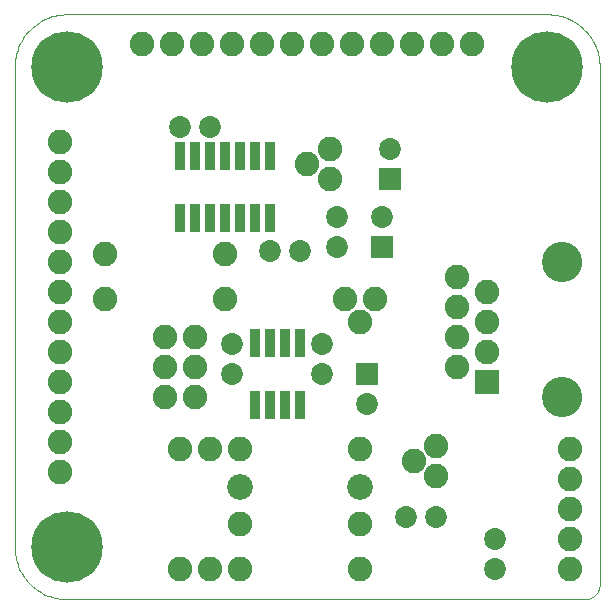
<source format=gts>
G75*
G70*
%OFA0B0*%
%FSLAX24Y24*%
%IPPOS*%
%LPD*%
%AMOC8*
5,1,8,0,0,1.08239X$1,22.5*
%
%ADD10C,0.0000*%
%ADD11C,0.0820*%
%ADD12R,0.0320X0.0950*%
%ADD13R,0.0820X0.0820*%
%ADD14C,0.1340*%
%ADD15C,0.0730*%
%ADD16C,0.2380*%
%ADD17R,0.0730X0.0730*%
%ADD18C,0.0860*%
D10*
X002925Y001175D02*
X020175Y001175D01*
X020219Y001177D01*
X020262Y001183D01*
X020304Y001192D01*
X020346Y001205D01*
X020386Y001222D01*
X020425Y001242D01*
X020462Y001265D01*
X020496Y001292D01*
X020529Y001321D01*
X020558Y001354D01*
X020585Y001388D01*
X020608Y001425D01*
X020628Y001464D01*
X020645Y001504D01*
X020658Y001546D01*
X020667Y001588D01*
X020673Y001631D01*
X020675Y001675D01*
X020675Y018925D01*
X020673Y019008D01*
X020667Y019091D01*
X020657Y019174D01*
X020643Y019256D01*
X020626Y019338D01*
X020604Y019418D01*
X020579Y019497D01*
X020550Y019575D01*
X020517Y019652D01*
X020480Y019727D01*
X020441Y019800D01*
X020397Y019871D01*
X020351Y019940D01*
X020301Y020007D01*
X020248Y020071D01*
X020192Y020133D01*
X020133Y020192D01*
X020071Y020248D01*
X020007Y020301D01*
X019940Y020351D01*
X019871Y020397D01*
X019800Y020441D01*
X019727Y020480D01*
X019652Y020517D01*
X019575Y020550D01*
X019497Y020579D01*
X019418Y020604D01*
X019338Y020626D01*
X019256Y020643D01*
X019174Y020657D01*
X019091Y020667D01*
X019008Y020673D01*
X018925Y020675D01*
X002925Y020675D01*
X002842Y020673D01*
X002759Y020667D01*
X002676Y020657D01*
X002594Y020643D01*
X002512Y020626D01*
X002432Y020604D01*
X002353Y020579D01*
X002275Y020550D01*
X002198Y020517D01*
X002123Y020480D01*
X002050Y020441D01*
X001979Y020397D01*
X001910Y020351D01*
X001843Y020301D01*
X001779Y020248D01*
X001717Y020192D01*
X001658Y020133D01*
X001602Y020071D01*
X001549Y020007D01*
X001499Y019940D01*
X001453Y019871D01*
X001409Y019800D01*
X001370Y019727D01*
X001333Y019652D01*
X001300Y019575D01*
X001271Y019497D01*
X001246Y019418D01*
X001224Y019338D01*
X001207Y019256D01*
X001193Y019174D01*
X001183Y019091D01*
X001177Y019008D01*
X001175Y018925D01*
X001175Y002925D01*
X001177Y002842D01*
X001183Y002759D01*
X001193Y002676D01*
X001207Y002594D01*
X001224Y002512D01*
X001246Y002432D01*
X001271Y002353D01*
X001300Y002275D01*
X001333Y002198D01*
X001370Y002123D01*
X001409Y002050D01*
X001453Y001979D01*
X001499Y001910D01*
X001549Y001843D01*
X001602Y001779D01*
X001658Y001717D01*
X001717Y001658D01*
X001779Y001602D01*
X001843Y001549D01*
X001910Y001499D01*
X001979Y001453D01*
X002050Y001409D01*
X002123Y001370D01*
X002198Y001333D01*
X002275Y001300D01*
X002353Y001271D01*
X002432Y001246D01*
X002512Y001224D01*
X002594Y001207D01*
X002676Y001193D01*
X002759Y001183D01*
X002842Y001177D01*
X002925Y001175D01*
X018795Y007925D02*
X018797Y007975D01*
X018803Y008025D01*
X018813Y008074D01*
X018827Y008122D01*
X018844Y008169D01*
X018865Y008214D01*
X018890Y008258D01*
X018918Y008299D01*
X018950Y008338D01*
X018984Y008375D01*
X019021Y008409D01*
X019061Y008439D01*
X019103Y008466D01*
X019147Y008490D01*
X019193Y008511D01*
X019240Y008527D01*
X019288Y008540D01*
X019338Y008549D01*
X019387Y008554D01*
X019438Y008555D01*
X019488Y008552D01*
X019537Y008545D01*
X019586Y008534D01*
X019634Y008519D01*
X019680Y008501D01*
X019725Y008479D01*
X019768Y008453D01*
X019809Y008424D01*
X019848Y008392D01*
X019884Y008357D01*
X019916Y008319D01*
X019946Y008279D01*
X019973Y008236D01*
X019996Y008192D01*
X020015Y008146D01*
X020031Y008098D01*
X020043Y008049D01*
X020051Y008000D01*
X020055Y007950D01*
X020055Y007900D01*
X020051Y007850D01*
X020043Y007801D01*
X020031Y007752D01*
X020015Y007704D01*
X019996Y007658D01*
X019973Y007614D01*
X019946Y007571D01*
X019916Y007531D01*
X019884Y007493D01*
X019848Y007458D01*
X019809Y007426D01*
X019768Y007397D01*
X019725Y007371D01*
X019680Y007349D01*
X019634Y007331D01*
X019586Y007316D01*
X019537Y007305D01*
X019488Y007298D01*
X019438Y007295D01*
X019387Y007296D01*
X019338Y007301D01*
X019288Y007310D01*
X019240Y007323D01*
X019193Y007339D01*
X019147Y007360D01*
X019103Y007384D01*
X019061Y007411D01*
X019021Y007441D01*
X018984Y007475D01*
X018950Y007512D01*
X018918Y007551D01*
X018890Y007592D01*
X018865Y007636D01*
X018844Y007681D01*
X018827Y007728D01*
X018813Y007776D01*
X018803Y007825D01*
X018797Y007875D01*
X018795Y007925D01*
X018795Y012425D02*
X018797Y012475D01*
X018803Y012525D01*
X018813Y012574D01*
X018827Y012622D01*
X018844Y012669D01*
X018865Y012714D01*
X018890Y012758D01*
X018918Y012799D01*
X018950Y012838D01*
X018984Y012875D01*
X019021Y012909D01*
X019061Y012939D01*
X019103Y012966D01*
X019147Y012990D01*
X019193Y013011D01*
X019240Y013027D01*
X019288Y013040D01*
X019338Y013049D01*
X019387Y013054D01*
X019438Y013055D01*
X019488Y013052D01*
X019537Y013045D01*
X019586Y013034D01*
X019634Y013019D01*
X019680Y013001D01*
X019725Y012979D01*
X019768Y012953D01*
X019809Y012924D01*
X019848Y012892D01*
X019884Y012857D01*
X019916Y012819D01*
X019946Y012779D01*
X019973Y012736D01*
X019996Y012692D01*
X020015Y012646D01*
X020031Y012598D01*
X020043Y012549D01*
X020051Y012500D01*
X020055Y012450D01*
X020055Y012400D01*
X020051Y012350D01*
X020043Y012301D01*
X020031Y012252D01*
X020015Y012204D01*
X019996Y012158D01*
X019973Y012114D01*
X019946Y012071D01*
X019916Y012031D01*
X019884Y011993D01*
X019848Y011958D01*
X019809Y011926D01*
X019768Y011897D01*
X019725Y011871D01*
X019680Y011849D01*
X019634Y011831D01*
X019586Y011816D01*
X019537Y011805D01*
X019488Y011798D01*
X019438Y011795D01*
X019387Y011796D01*
X019338Y011801D01*
X019288Y011810D01*
X019240Y011823D01*
X019193Y011839D01*
X019147Y011860D01*
X019103Y011884D01*
X019061Y011911D01*
X019021Y011941D01*
X018984Y011975D01*
X018950Y012012D01*
X018918Y012051D01*
X018890Y012092D01*
X018865Y012136D01*
X018844Y012181D01*
X018827Y012228D01*
X018813Y012276D01*
X018803Y012325D01*
X018797Y012375D01*
X018795Y012425D01*
D11*
X016925Y011425D03*
X016925Y010425D03*
X016925Y009425D03*
X015925Y008925D03*
X015925Y009925D03*
X015925Y010925D03*
X015925Y011925D03*
X013175Y011175D03*
X012675Y010425D03*
X012175Y011175D03*
X008175Y011175D03*
X007175Y009925D03*
X007175Y008925D03*
X007175Y007925D03*
X006175Y007925D03*
X006175Y008925D03*
X006175Y009925D03*
X004175Y011175D03*
X002675Y011425D03*
X002675Y012425D03*
X002675Y013425D03*
X002675Y014425D03*
X002675Y015425D03*
X002675Y016425D03*
X005425Y019675D03*
X006425Y019675D03*
X007425Y019675D03*
X008425Y019675D03*
X009425Y019675D03*
X010425Y019675D03*
X011425Y019675D03*
X012425Y019675D03*
X013425Y019675D03*
X014425Y019675D03*
X015425Y019675D03*
X016425Y019675D03*
X011675Y016175D03*
X010925Y015675D03*
X011675Y015175D03*
X008175Y012675D03*
X004175Y012675D03*
X002675Y010425D03*
X002675Y009425D03*
X002675Y008425D03*
X002675Y007425D03*
X002675Y006425D03*
X002675Y005425D03*
X006675Y006175D03*
X007675Y006175D03*
X008675Y006175D03*
X008675Y003675D03*
X008675Y002175D03*
X007675Y002175D03*
X006675Y002175D03*
X012675Y002175D03*
X012675Y003675D03*
X014475Y005775D03*
X015225Y005275D03*
X015225Y006275D03*
X012675Y006175D03*
X019675Y006175D03*
X019675Y005175D03*
X019675Y004175D03*
X019675Y003175D03*
X019675Y002175D03*
D12*
X010675Y007645D03*
X010175Y007645D03*
X009675Y007645D03*
X009175Y007645D03*
X009175Y009705D03*
X009675Y009705D03*
X010175Y009705D03*
X010675Y009705D03*
X009675Y013895D03*
X009175Y013895D03*
X008675Y013895D03*
X008175Y013895D03*
X007675Y013895D03*
X007175Y013895D03*
X006675Y013895D03*
X006675Y015955D03*
X007175Y015955D03*
X007675Y015955D03*
X008175Y015955D03*
X008675Y015955D03*
X009175Y015955D03*
X009675Y015955D03*
D13*
X016925Y008425D03*
D14*
X019425Y007925D03*
X019425Y012425D03*
D15*
X013675Y016175D03*
X013425Y013925D03*
X011925Y013925D03*
X011925Y012925D03*
X010675Y012775D03*
X009675Y012775D03*
X008425Y009675D03*
X008425Y008675D03*
X011425Y008675D03*
X011425Y009675D03*
X012925Y007675D03*
X014225Y003925D03*
X015225Y003925D03*
X017175Y003175D03*
X017175Y002175D03*
X007675Y016925D03*
X006675Y016925D03*
D16*
X002925Y018925D03*
X018925Y018925D03*
X002925Y002925D03*
D17*
X012925Y008675D03*
X013425Y012925D03*
X013675Y015175D03*
D18*
X012675Y004925D03*
X008675Y004925D03*
M02*

</source>
